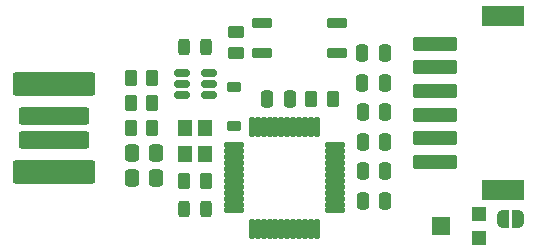
<source format=gbr>
%TF.GenerationSoftware,KiCad,Pcbnew,9.0.4*%
%TF.CreationDate,2025-09-22T16:02:19+02:00*%
%TF.ProjectId,SAULink9_ATPI_v2.0,5341554c-696e-46b3-995f-415450495f76,rev?*%
%TF.SameCoordinates,Original*%
%TF.FileFunction,Soldermask,Top*%
%TF.FilePolarity,Negative*%
%FSLAX46Y46*%
G04 Gerber Fmt 4.6, Leading zero omitted, Abs format (unit mm)*
G04 Created by KiCad (PCBNEW 9.0.4) date 2025-09-22 16:02:19*
%MOMM*%
%LPD*%
G01*
G04 APERTURE LIST*
G04 Aperture macros list*
%AMRoundRect*
0 Rectangle with rounded corners*
0 $1 Rounding radius*
0 $2 $3 $4 $5 $6 $7 $8 $9 X,Y pos of 4 corners*
0 Add a 4 corners polygon primitive as box body*
4,1,4,$2,$3,$4,$5,$6,$7,$8,$9,$2,$3,0*
0 Add four circle primitives for the rounded corners*
1,1,$1+$1,$2,$3*
1,1,$1+$1,$4,$5*
1,1,$1+$1,$6,$7*
1,1,$1+$1,$8,$9*
0 Add four rect primitives between the rounded corners*
20,1,$1+$1,$2,$3,$4,$5,0*
20,1,$1+$1,$4,$5,$6,$7,0*
20,1,$1+$1,$6,$7,$8,$9,0*
20,1,$1+$1,$8,$9,$2,$3,0*%
%AMFreePoly0*
4,1,23,0.500000,-0.750000,0.000000,-0.750000,0.000000,-0.745722,-0.065263,-0.745722,-0.191342,-0.711940,-0.304381,-0.646677,-0.396677,-0.554381,-0.461940,-0.441342,-0.495722,-0.315263,-0.495722,-0.250000,-0.500000,-0.250000,-0.500000,0.250000,-0.495722,0.250000,-0.495722,0.315263,-0.461940,0.441342,-0.396677,0.554381,-0.304381,0.646677,-0.191342,0.711940,-0.065263,0.745722,0.000000,0.745722,
0.000000,0.750000,0.500000,0.750000,0.500000,-0.750000,0.500000,-0.750000,$1*%
%AMFreePoly1*
4,1,23,0.000000,0.745722,0.065263,0.745722,0.191342,0.711940,0.304381,0.646677,0.396677,0.554381,0.461940,0.441342,0.495722,0.315263,0.495722,0.250000,0.500000,0.250000,0.500000,-0.250000,0.495722,-0.250000,0.495722,-0.315263,0.461940,-0.441342,0.396677,-0.554381,0.304381,-0.646677,0.191342,-0.711940,0.065263,-0.745722,0.000000,-0.745722,0.000000,-0.750000,-0.500000,-0.750000,
-0.500000,0.750000,0.000000,0.750000,0.000000,0.745722,0.000000,0.745722,$1*%
G04 Aperture macros list end*
%ADD10RoundRect,0.250000X-0.250000X-0.475000X0.250000X-0.475000X0.250000X0.475000X-0.250000X0.475000X0*%
%ADD11RoundRect,0.250000X-0.262500X-0.450000X0.262500X-0.450000X0.262500X0.450000X-0.262500X0.450000X0*%
%ADD12RoundRect,0.250000X0.250000X0.475000X-0.250000X0.475000X-0.250000X-0.475000X0.250000X-0.475000X0*%
%ADD13RoundRect,0.250000X-3.250000X-0.750000X3.250000X-0.750000X3.250000X0.750000X-3.250000X0.750000X0*%
%ADD14RoundRect,0.250000X-2.750000X-0.500000X2.750000X-0.500000X2.750000X0.500000X-2.750000X0.500000X0*%
%ADD15FreePoly0,180.000000*%
%ADD16FreePoly1,180.000000*%
%ADD17R,1.200000X1.200000*%
%ADD18R,1.500000X1.600000*%
%ADD19RoundRect,0.250000X-0.450000X0.262500X-0.450000X-0.262500X0.450000X-0.262500X0.450000X0.262500X0*%
%ADD20RoundRect,0.250000X0.337500X0.475000X-0.337500X0.475000X-0.337500X-0.475000X0.337500X-0.475000X0*%
%ADD21RoundRect,0.243750X0.243750X0.456250X-0.243750X0.456250X-0.243750X-0.456250X0.243750X-0.456250X0*%
%ADD22RoundRect,0.250000X-0.337500X-0.475000X0.337500X-0.475000X0.337500X0.475000X-0.337500X0.475000X0*%
%ADD23RoundRect,0.102000X1.750000X-0.500000X1.750000X0.500000X-1.750000X0.500000X-1.750000X-0.500000X0*%
%ADD24RoundRect,0.102000X1.700000X-0.750000X1.700000X0.750000X-1.700000X0.750000X-1.700000X-0.750000X0*%
%ADD25RoundRect,0.102000X-0.750000X-0.300000X0.750000X-0.300000X0.750000X0.300000X-0.750000X0.300000X0*%
%ADD26RoundRect,0.250000X0.262500X0.450000X-0.262500X0.450000X-0.262500X-0.450000X0.262500X-0.450000X0*%
%ADD27RoundRect,0.102000X0.750000X-0.140000X0.750000X0.140000X-0.750000X0.140000X-0.750000X-0.140000X0*%
%ADD28RoundRect,0.102000X0.140000X-0.750000X0.140000X0.750000X-0.140000X0.750000X-0.140000X-0.750000X0*%
%ADD29R,1.200000X1.400000*%
%ADD30RoundRect,0.150000X-0.512500X-0.150000X0.512500X-0.150000X0.512500X0.150000X-0.512500X0.150000X0*%
%ADD31RoundRect,0.225000X-0.375000X0.225000X-0.375000X-0.225000X0.375000X-0.225000X0.375000X0.225000X0*%
G04 APERTURE END LIST*
D10*
%TO.C,C5*%
X138101252Y-94801748D03*
X140001252Y-94801748D03*
%TD*%
D11*
%TO.C,R3*%
X118476252Y-84451748D03*
X120301252Y-84451748D03*
%TD*%
%TO.C,R6*%
X133751252Y-86201748D03*
X135576252Y-86201748D03*
%TD*%
%TO.C,R2*%
X118476252Y-88626748D03*
X120301252Y-88626748D03*
%TD*%
D12*
%TO.C,C8*%
X131951252Y-86201748D03*
X130051252Y-86201748D03*
%TD*%
D13*
%TO.C,J1*%
X111987252Y-92387748D03*
D14*
X111987252Y-89637748D03*
X111987252Y-87637748D03*
D13*
X111987252Y-84887748D03*
%TD*%
D15*
%TO.C,JP1*%
X151290000Y-96370000D03*
D16*
X149990000Y-96370000D03*
%TD*%
D17*
%TO.C,R8*%
X147973200Y-97953200D03*
D18*
X144723200Y-96953200D03*
D17*
X147973200Y-95953200D03*
%TD*%
D19*
%TO.C,R7*%
X127376252Y-80501748D03*
X127376252Y-82326748D03*
%TD*%
D10*
%TO.C,C4*%
X138101252Y-87301748D03*
X140001252Y-87301748D03*
%TD*%
D20*
%TO.C,C2*%
X120626252Y-90726748D03*
X118551252Y-90726748D03*
%TD*%
D21*
%TO.C,D2*%
X124855000Y-95520000D03*
X122980000Y-95520000D03*
%TD*%
D11*
%TO.C,R5*%
X122987352Y-93101748D03*
X124812352Y-93101748D03*
%TD*%
D22*
%TO.C,C1*%
X118551252Y-92851748D03*
X120626252Y-92851748D03*
%TD*%
D10*
%TO.C,C9*%
X138101252Y-89801748D03*
X140001252Y-89801748D03*
%TD*%
D23*
%TO.C,J2*%
X144200000Y-91510000D03*
X144200000Y-89510000D03*
X144200000Y-87510000D03*
X144200000Y-85510000D03*
X144200000Y-83510000D03*
X144200000Y-81510000D03*
D24*
X149950000Y-93860000D03*
X149950000Y-79160000D03*
%TD*%
D25*
%TO.C,U3*%
X129626252Y-79776748D03*
X129626252Y-82316748D03*
X135976252Y-82316748D03*
X135976252Y-79776748D03*
%TD*%
D21*
%TO.C,D3*%
X124825000Y-81750000D03*
X122950000Y-81750000D03*
%TD*%
D26*
%TO.C,R1*%
X120301252Y-86551748D03*
X118476252Y-86551748D03*
%TD*%
D10*
%TO.C,C7*%
X138076252Y-82301748D03*
X139976252Y-82301748D03*
%TD*%
D27*
%TO.C,U1*%
X127176252Y-90126748D03*
X127176252Y-90626748D03*
X127176252Y-91126748D03*
X127176252Y-91626748D03*
X127176252Y-92126748D03*
X127176252Y-92626748D03*
X127176252Y-93126748D03*
X127176252Y-93626748D03*
X127176252Y-94126748D03*
X127176252Y-94626748D03*
X127176252Y-95126748D03*
X127176252Y-95626748D03*
D28*
X128726252Y-97176748D03*
X129226252Y-97176748D03*
X129726252Y-97176748D03*
X130226252Y-97176748D03*
X130726252Y-97176748D03*
X131226252Y-97176748D03*
X131726252Y-97176748D03*
X132226252Y-97176748D03*
X132726252Y-97176748D03*
X133226252Y-97176748D03*
X133726252Y-97176748D03*
X134226252Y-97176748D03*
D27*
X135776252Y-95626748D03*
X135776252Y-95126748D03*
X135776252Y-94626748D03*
X135776252Y-94126748D03*
X135776252Y-93626748D03*
X135776252Y-93126748D03*
X135776252Y-92626748D03*
X135776252Y-92126748D03*
X135776252Y-91626748D03*
X135776252Y-91126748D03*
X135776252Y-90626748D03*
X135776252Y-90126748D03*
D28*
X134226252Y-88576748D03*
X133726252Y-88576748D03*
X133226252Y-88576748D03*
X132726252Y-88576748D03*
X132226252Y-88576748D03*
X131726252Y-88576748D03*
X131226252Y-88576748D03*
X130726252Y-88576748D03*
X130226252Y-88576748D03*
X129726252Y-88576748D03*
X129226252Y-88576748D03*
X128726252Y-88576748D03*
%TD*%
D29*
%TO.C,Y1*%
X123063452Y-88682148D03*
X123063452Y-90882148D03*
X124763452Y-90882148D03*
X124763452Y-88682148D03*
%TD*%
D10*
%TO.C,C6*%
X138076252Y-84801748D03*
X139976252Y-84801748D03*
%TD*%
%TO.C,C3*%
X138101252Y-92301748D03*
X140001252Y-92301748D03*
%TD*%
D30*
%TO.C,U2*%
X122805000Y-83960000D03*
X122805000Y-84910000D03*
X122805000Y-85860000D03*
X125080000Y-85860000D03*
X125080000Y-84910000D03*
X125080000Y-83960000D03*
%TD*%
D31*
%TO.C,D1*%
X127176252Y-85201748D03*
X127176252Y-88501748D03*
%TD*%
M02*

</source>
